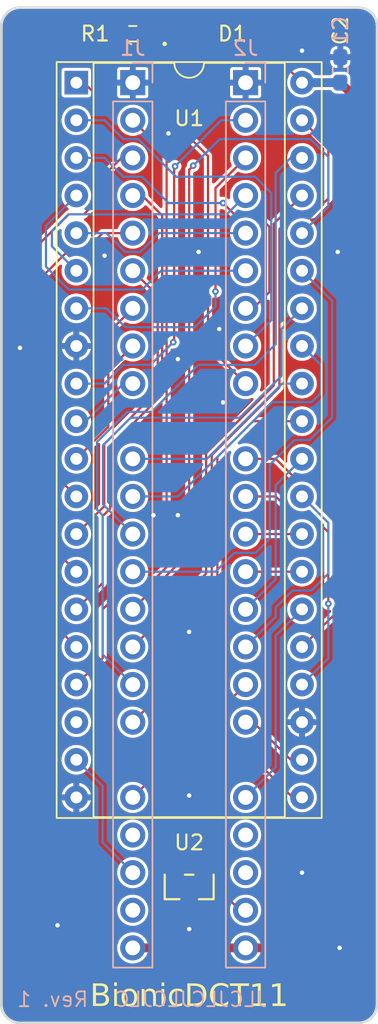
<source format=kicad_pcb>
(kicad_pcb (version 20241229) (generator "pcbnew") (generator_version "9.0")
  (title_block (title "BionicDCT11") (date "2025-12-24") (rev "1") (company "Tadashi G. Takaoka"))
  (layers (0 "F.Cu" signal) (2 "B.Cu" signal) (13 "F.Paste" user) (15 "B.Paste" user) (5 "F.SilkS" user "F.Silkscreen") (7 "B.SilkS" user "B.Silkscreen") (1 "F.Mask" user) (3 "B.Mask" user) (25 "Edge.Cuts" user))
  (net 0 "")
  (net 1 "VCC")
  (net 2 "GND")
  (net 3 "Net-(D1-K)")
  (net 4 "AI4")
  (net 5 "AI6")
  (net 6 "DAL06")
  (net 7 "AI0")
  (net 8 "PUP")
  (net 9 "DAL02")
  (net 10 "AI1")
  (net 11 "AI3")
  (net 12 "DAL00")
  (net 14 "~{BCLR}")
  (net 15 "PI")
  (net 16 "DAL05")
  (net 17 "AI2")
  (net 18 "DAL03")
  (net 19 "DAL07")
  (net 20 "DAL01")
  (net 21 "AI7")
  (net 22 "AI5")
  (net 23 "DAL04")
  (net 24 "Net-(J2-P57)")
  (net 27 "DAL12")
  (net 28 "DAL13")
  (net 29 "DAL09")
  (net 30 "COUT")
  (net 31 "SEL0")
  (net 32 "~{RAS}")
  (net 33 "~{READY}")
  (net 34 "DAL15")
  (net 35 "DAL11")
  (net 36 "DAL08")
  (net 37 "R{slash}~{WLB}")
  (net 38 "R{slash}~{WHB}")
  (net 39 "DAL14")
  (net 40 "SEL1")
  (net 41 "~{CAS}")
  (net 42 "XTL1")
  (net 43 "DAL10")
  (footprint "bionic:DIP-40_W15.24mm_Socket" (layer "F.Cu") (at 106.08 75.08)
    (property "Reference" "U1" (at 7.62 2.413 0) (layer "F.SilkS"))
    (property "Value" "DCT-11")
    (fp_line (start -1.33 -1.39) (end -1.33 49.65) (stroke (width 0.12)) (layer "F.SilkS"))
    (fp_line (start -1.33 49.65) (end 16.57 49.65) (stroke (width 0.12)) (layer "F.SilkS"))
    (fp_line (start 1.16 -1.33) (end 1.16 49.59) (stroke (width 0.12)) (layer "F.SilkS"))
    (fp_line (start 1.16 49.59) (end 14.08 49.59) (stroke (width 0.12)) (layer "F.SilkS"))
    (fp_line (start 6.62 -1.33) (end 1.16 -1.33) (stroke (width 0.12)) (layer "F.SilkS"))
    (fp_line (start 14.08 -1.33) (end 8.62 -1.33) (stroke (width 0.12)) (layer "F.SilkS"))
    (fp_line (start 14.08 49.59) (end 14.08 -1.33) (stroke (width 0.12)) (layer "F.SilkS"))
    (fp_line (start 16.57 -1.39) (end -1.33 -1.39) (stroke (width 0.12)) (layer "F.SilkS"))
    (fp_line (start 16.57 49.65) (end 16.57 -1.39) (stroke (width 0.12)) (layer "F.SilkS"))
    (fp_arc (start 8.62 -1.33) (mid 7.62 -0.33) (end 6.62 -1.33) (stroke (width 0.12)) (layer "F.SilkS"))
    (pad "1" thru_hole rect (at 0 0) (size 1.6 1.6) (drill 0.8) (layers "*.Cu" "*.Mask") (net 34 "DAL15"))
    (pad "2" thru_hole oval (at 0 2.54) (size 1.6 1.6) (drill 0.8) (layers "*.Cu" "*.Mask") (net 39 "DAL14"))
    (pad "3" thru_hole oval (at 0 5.08) (size 1.6 1.6) (drill 0.8) (layers "*.Cu" "*.Mask") (net 28 "DAL13"))
    (pad "4" thru_hole oval (at 0 7.62) (size 1.6 1.6) (drill 0.8) (layers "*.Cu" "*.Mask") (net 27 "DAL12"))
    (pad "5" thru_hole oval (at 0 10.16) (size 1.6 1.6) (drill 0.8) (layers "*.Cu" "*.Mask") (net 35 "DAL11"))
    (pad "6" thru_hole oval (at 0 12.7) (size 1.6 1.6) (drill 0.8) (layers "*.Cu" "*.Mask") (net 43 "DAL10"))
    (pad "7" thru_hole oval (at 0 15.24) (size 1.6 1.6) (drill 0.8) (layers "*.Cu" "*.Mask") (net 29 "DAL09"))
    (pad "8" thru_hole oval (at 0 17.78) (size 1.6 1.6) (drill 0.8) (layers "*.Cu" "*.Mask") (net 2 "GND"))
    (pad "9" thru_hole oval (at 0 20.32) (size 1.6 1.6) (drill 0.8) (layers "*.Cu" "*.Mask") (net 36 "DAL08"))
    (pad "10" thru_hole oval (at 0 22.86) (size 1.6 1.6) (drill 0.8) (layers "*.Cu" "*.Mask") (net 19 "DAL07"))
    (pad "11" thru_hole oval (at 0 25.4) (size 1.6 1.6) (drill 0.8) (layers "*.Cu" "*.Mask") (net 6 "DAL06"))
    (pad "12" thru_hole oval (at 0 27.94) (size 1.6 1.6) (drill 0.8) (layers "*.Cu" "*.Mask") (net 16 "DAL05"))
    (pad "13" thru_hole oval (at 0 30.48) (size 1.6 1.6) (drill 0.8) (layers "*.Cu" "*.Mask") (net 23 "DAL04"))
    (pad "14" thru_hole oval (at 0 33.02) (size 1.6 1.6) (drill 0.8) (layers "*.Cu" "*.Mask") (net 18 "DAL03"))
    (pad "15" thru_hole oval (at 0 35.56) (size 1.6 1.6) (drill 0.8) (layers "*.Cu" "*.Mask") (net 9 "DAL02"))
    (pad "16" thru_hole oval (at 0 38.1) (size 1.6 1.6) (drill 0.8) (layers "*.Cu" "*.Mask") (net 20 "DAL01"))
    (pad "17" thru_hole oval (at 0 40.64) (size 1.6 1.6) (drill 0.8) (layers "*.Cu" "*.Mask") (net 12 "DAL00"))
    (pad "18" thru_hole oval (at 0 43.18) (size 1.6 1.6) (drill 0.8) (layers "*.Cu" "*.Mask"))
    (pad "19" thru_hole oval (at 0 45.72) (size 1.6 1.6) (drill 0.8) (layers "*.Cu" "*.Mask") (net 14 "~{BCLR}"))
    (pad "20" thru_hole oval (at 0 48.26) (size 1.6 1.6) (drill 0.8) (layers "*.Cu" "*.Mask") (net 2 "GND"))
    (pad "21" thru_hole oval (at 15.24 48.26) (size 1.6 1.6) (drill 0.8) (layers "*.Cu" "*.Mask") (net 30 "COUT"))
    (pad "22" thru_hole oval (at 15.24 45.72) (size 1.6 1.6) (drill 0.8) (layers "*.Cu" "*.Mask") (net 42 "XTL1"))
    (pad "23" thru_hole oval (at 15.24 43.18) (size 1.6 1.6) (drill 0.8) (layers "*.Cu" "*.Mask") (net 2 "GND"))
    (pad "24" thru_hole oval (at 15.24 40.64) (size 1.6 1.6) (drill 0.8) (layers "*.Cu" "*.Mask") (net 40 "SEL1"))
    (pad "25" thru_hole oval (at 15.24 38.1) (size 1.6 1.6) (drill 0.8) (layers "*.Cu" "*.Mask") (net 31 "SEL0"))
    (pad "26" thru_hole oval (at 15.24 35.56) (size 1.6 1.6) (drill 0.8) (layers "*.Cu" "*.Mask") (net 33 "~{READY}"))
    (pad "27" thru_hole oval (at 15.24 33.02) (size 1.6 1.6) (drill 0.8) (layers "*.Cu" "*.Mask") (net 38 "R{slash}~{WHB}"))
    (pad "28" thru_hole oval (at 15.24 30.48) (size 1.6 1.6) (drill 0.8) (layers "*.Cu" "*.Mask") (net 37 "R{slash}~{WLB}"))
    (pad "29" thru_hole oval (at 15.24 27.94) (size 1.6 1.6) (drill 0.8) (layers "*.Cu" "*.Mask") (net 32 "~{RAS}"))
    (pad "30" thru_hole oval (at 15.24 25.4) (size 1.6 1.6) (drill 0.8) (layers "*.Cu" "*.Mask") (net 41 "~{CAS}"))
    (pad "31" thru_hole oval (at 15.24 22.86) (size 1.6 1.6) (drill 0.8) (layers "*.Cu" "*.Mask") (net 15 "PI"))
    (pad "32" thru_hole oval (at 15.24 20.32) (size 1.6 1.6) (drill 0.8) (layers "*.Cu" "*.Mask") (net 7 "AI0"))
    (pad "33" thru_hole oval (at 15.24 17.78) (size 1.6 1.6) (drill 0.8) (layers "*.Cu" "*.Mask") (net 10 "AI1"))
    (pad "34" thru_hole oval (at 15.24 15.24) (size 1.6 1.6) (drill 0.8) (layers "*.Cu" "*.Mask") (net 17 "AI2"))
    (pad "35" thru_hole oval (at 15.24 12.7) (size 1.6 1.6) (drill 0.8) (layers "*.Cu" "*.Mask") (net 11 "AI3"))
    (pad "36" thru_hole oval (at 15.24 10.16) (size 1.6 1.6) (drill 0.8) (layers "*.Cu" "*.Mask") (net 4 "AI4"))
    (pad "37" thru_hole oval (at 15.24 7.62) (size 1.6 1.6) (drill 0.8) (layers "*.Cu" "*.Mask") (net 22 "AI5"))
    (pad "38" thru_hole oval (at 15.24 5.08) (size 1.6 1.6) (drill 0.8) (layers "*.Cu" "*.Mask") (net 5 "AI6"))
    (pad "39" thru_hole oval (at 15.24 2.54) (size 1.6 1.6) (drill 0.8) (layers "*.Cu" "*.Mask") (net 21 "AI7"))
    (pad "40" thru_hole oval (at 15.24 0) (size 1.6 1.6) (drill 0.8) (layers "*.Cu" "*.Mask") (net 1 "VCC"))
  )
  (footprint "Capacitor_SMD:C_0603_1608Metric_Pad1.08x0.95mm_HandSolder" (layer "F.Cu") (at 123.9108 74.2175 90)
    (property "Reference" "C2" (at 2.6405 0 90) (layer "F.SilkS"))
    (property "Value" "22u")
    (fp_line (start -0.146267 -0.51) (end 0.146267 -0.51) (stroke (width 0.12)) (layer "F.SilkS"))
    (fp_line (start -0.146267 0.51) (end 0.146267 0.51) (stroke (width 0.12)) (layer "F.SilkS"))
    (pad "1" smd roundrect (at -0.8625 0 90) (size 1.075 0.95) (layers "F.Cu" "F.Mask" "F.Paste") (net 1 "VCC"))
    (pad "2" smd roundrect (at 0.8625 0 90) (size 1.075 0.95) (layers "F.Cu" "F.Mask" "F.Paste") (net 2 "GND"))
  )
  (footprint "Resistor_SMD:R_0603_1608Metric_Pad0.98x0.95mm_HandSolder" (layer "F.Cu") (at 109.89 71.778 180)
    (property "Reference" "R1" (at 2.54 0 0) (layer "F.SilkS"))
    (property "Value" "1.6k")
    (fp_line (start -0.254724 0.5225) (end 0.254724 0.5225) (stroke (width 0.12)) (layer "F.SilkS"))
    (fp_line (start -0.254724 -0.5225) (end 0.254724 -0.5225) (stroke (width 0.12)) (layer "F.SilkS"))
    (pad "1" smd roundrect (at -0.9125 0 180) (size 0.975 0.95) (layers "F.Cu" "F.Mask" "F.Paste") (net 3 "Net-(D1-K)"))
    (pad "2" smd roundrect (at 0.9125 0 180) (size 0.975 0.95) (layers "F.Cu" "F.Mask" "F.Paste") (net 2 "GND"))
  )
  (footprint "microchip:SOT-23_MC_MCH-M" (layer "F.Cu") (at 113.7 129.386 180)
    (property "Reference" "U2" (at 0 2.998 0) (layer "F.SilkS"))
    (property "Value" "11AA010-I/TT")
    (fp_line (start 1.652 0.827) (end 1.652 -0.827) (stroke (width 0.1524)) (layer "F.SilkS"))
    (fp_line (start 1.652 -0.827) (end 0.66294 -0.827) (stroke (width 0.1524)) (layer "F.SilkS"))
    (fp_line (start -0.287061 0.827) (end 0.287061 0.827) (stroke (width 0.1524)) (layer "F.SilkS"))
    (fp_line (start -0.66294 -0.827) (end -1.652 -0.827) (stroke (width 0.1524)) (layer "F.SilkS"))
    (fp_line (start -1.652 -0.827) (end -1.652 0.827) (stroke (width 0.1524)) (layer "F.SilkS"))
    (pad "1" smd rect (at -0.950001 1.066 180) (size 0.6604 1.6256) (layers "F.Cu" "F.Mask" "F.Paste") (net 24 "Net-(J2-P57)"))
    (pad "2" smd rect (at 0.950001 1.066 180) (size 0.6604 1.6256) (layers "F.Cu" "F.Mask" "F.Paste") (net 1 "VCC"))
    (pad "3" smd rect (at 0 -1.066 180) (size 0.6604 1.6256) (layers "F.Cu" "F.Mask" "F.Paste") (net 2 "GND"))
  )
  (footprint "rhom:LED_CSL1901UW1_ROM-M" (layer "F.Cu") (at 113.7 71.778)
    (property "Reference" "D1" (at 2.921 0 0) (layer "F.SilkS"))
    (property "Value" "CSL1901UW1")
    (fp_circle (center -1.651 0.6858) (end -1.5748 0.6858) (stroke (width 0.1524)) (fill no) (layer "F.SilkS"))
    (pad "1" smd rect (at -0.8763 0) (size 0.9652 0.762) (layers "F.Cu" "F.Mask" "F.Paste") (net 3 "Net-(D1-K)"))
    (pad "2" smd rect (at 0.8763 0) (size 0.9652 0.762) (layers "F.Cu" "F.Mask" "F.Paste") (net 1 "VCC"))
    (zone (net 0) (net_name "") (layer "F.Cu") (connect_pads (clearance 0)) (min_thickness 0.254)
      (keepout (tracks not_allowed) (vias not_allowed) (pads allowed) (copperpour not_allowed) (footprints allowed))
      (fill (thermal_gap 0.508) (thermal_bridge_width 0.508))
      (polygon (pts (xy 113.3571 71.4224) (xy 114.0429 71.4224) (xy 114.0429 72.1336) (xy 113.3571 72.1336)))
    )
  )
  (footprint "bionic:Bionic-P135_THT" (layer "B.Cu") (at 109.89 75.08 180)
    (property "Reference" "J1" (at 0 2.33 0) (layer "B.SilkS") (effects (justify mirror)))
    (property "Value" "Bionic-P135")
    (fp_line (start 1.33 -1.27) (end -1.33 -1.27) (stroke (width 0.12)) (layer "B.SilkS"))
    (fp_line (start 1.33 -59.75) (end 1.33 -1.27) (stroke (width 0.12)) (layer "B.SilkS"))
    (fp_line (start 1.33 -59.75) (end -1.33 -59.75) (stroke (width 0.12)) (layer "B.SilkS"))
    (fp_line (start 0 1.33) (end -1.33 1.33) (stroke (width 0.12)) (layer "B.SilkS"))
    (fp_line (start -1.33 1.33) (end -1.33 0) (stroke (width 0.12)) (layer "B.SilkS"))
    (fp_line (start -1.33 -59.75) (end -1.33 -1.27) (stroke (width 0.12)) (layer "B.SilkS"))
    (pad "1" thru_hole rect (at 0 0 180) (size 1.7 1.7) (drill 1) (layers "*.Cu" "*.Mask") (net 2 "GND"))
    (pad "2" thru_hole oval (at 0 -2.54 180) (size 1.7 1.7) (drill 1) (layers "*.Cu" "*.Mask") (net 12 "DAL00"))
    (pad "3" thru_hole oval (at 0 -5.08 180) (size 1.7 1.7) (drill 1) (layers "*.Cu" "*.Mask") (net 20 "DAL01"))
    (pad "4" thru_hole oval (at 0 -7.62 180) (size 1.7 1.7) (drill 1) (layers "*.Cu" "*.Mask") (net 9 "DAL02"))
    (pad "5" thru_hole oval (at 0 -10.16 180) (size 1.7 1.7) (drill 1) (layers "*.Cu" "*.Mask") (net 18 "DAL03"))
    (pad "6" thru_hole oval (at 0 -12.7 180) (size 1.7 1.7) (drill 1) (layers "*.Cu" "*.Mask") (net 23 "DAL04"))
    (pad "7" thru_hole oval (at 0 -15.24 180) (size 1.7 1.7) (drill 1) (layers "*.Cu" "*.Mask") (net 16 "DAL05"))
    (pad "8" thru_hole oval (at 0 -17.78 180) (size 1.7 1.7) (drill 1) (layers "*.Cu" "*.Mask") (net 6 "DAL06"))
    (pad "9" thru_hole oval (at 0 -20.32 180) (size 1.7 1.7) (drill 1) (layers "*.Cu" "*.Mask") (net 19 "DAL07"))
    (pad "11" thru_hole oval (at 0 -25.4 180) (size 1.7 1.7) (drill 1) (layers "*.Cu" "*.Mask") (net 7 "AI0"))
    (pad "12" thru_hole oval (at 0 -27.94 180) (size 1.7 1.7) (drill 1) (layers "*.Cu" "*.Mask") (net 10 "AI1"))
    (pad "13" thru_hole oval (at 0 -30.48 180) (size 1.7 1.7) (drill 1) (layers "*.Cu" "*.Mask") (net 17 "AI2"))
    (pad "14" thru_hole oval (at 0 -33.02 180) (size 1.7 1.7) (drill 1) (layers "*.Cu" "*.Mask") (net 11 "AI3"))
    (pad "15" thru_hole oval (at 0 -35.56 180) (size 1.7 1.7) (drill 1) (layers "*.Cu" "*.Mask") (net 4 "AI4"))
    (pad "16" thru_hole oval (at 0 -38.1 180) (size 1.7 1.7) (drill 1) (layers "*.Cu" "*.Mask") (net 22 "AI5"))
    (pad "17" thru_hole oval (at 0 -40.64 180) (size 1.7 1.7) (drill 1) (layers "*.Cu" "*.Mask") (net 5 "AI6"))
    (pad "18" thru_hole oval (at 0 -43.18 180) (size 1.7 1.7) (drill 1) (layers "*.Cu" "*.Mask") (net 21 "AI7"))
    (pad "20" thru_hole oval (at 0 -48.26 180) (size 1.7 1.7) (drill 1) (layers "*.Cu" "*.Mask") (net 15 "PI"))
    (pad "21" thru_hole oval (at 0 -50.8 180) (size 1.7 1.7) (drill 1) (layers "*.Cu" "*.Mask"))
    (pad "22" thru_hole oval (at 0 -53.34 180) (size 1.7 1.7) (drill 1) (layers "*.Cu" "*.Mask") (net 14 "~{BCLR}"))
    (pad "23" thru_hole oval (at 0 -55.88 180) (size 1.7 1.7) (drill 1) (layers "*.Cu" "*.Mask") (net 8 "PUP"))
    (pad "24" thru_hole oval (at 0 -58.42 180) (size 1.7 1.7) (drill 1) (layers "*.Cu" "*.Mask") (net 1 "VCC"))
  )
  (footprint "bionic:Bionic-P245_THT" (layer "B.Cu") (at 117.51 75.08 180)
    (property "Reference" "J2" (at 0 2.33 0) (layer "B.SilkS") (effects (justify mirror)))
    (property "Value" "Bionic-P245")
    (fp_line (start 1.33 -1.27) (end -1.33 -1.27) (stroke (width 0.12)) (layer "B.SilkS"))
    (fp_line (start 1.33 -59.75) (end 1.33 -1.27) (stroke (width 0.12)) (layer "B.SilkS"))
    (fp_line (start 1.33 -59.75) (end -1.33 -59.75) (stroke (width 0.12)) (layer "B.SilkS"))
    (fp_line (start 0 1.33) (end -1.33 1.33) (stroke (width 0.12)) (layer "B.SilkS"))
    (fp_line (start -1.33 1.33) (end -1.33 0) (stroke (width 0.12)) (layer "B.SilkS"))
    (fp_line (start -1.33 -59.75) (end -1.33 -1.27) (stroke (width 0.12)) (layer "B.SilkS"))
    (pad "25" thru_hole oval (at 0 -58.42 180) (size 1.7 1.7) (drill 1) (layers "*.Cu" "*.Mask") (net 1 "VCC"))
    (pad "26" thru_hole oval (at 0 -55.88 180) (size 1.7 1.7) (drill 1) (layers "*.Cu" "*.Mask") (net 24 "Net-(J2-P57)"))
    (pad "27" thru_hole oval (at 0 -53.34 180) (size 1.7 1.7) (drill 1) (layers "*.Cu" "*.Mask"))
    (pad "28" thru_hole oval (at 0 -50.8 180) (size 1.7 1.7) (drill 1) (layers "*.Cu" "*.Mask"))
    (pad "29" thru_hole oval (at 0 -48.26 180) (size 1.7 1.7) (drill 1) (layers "*.Cu" "*.Mask") (net 33 "~{READY}"))
    (pad "31" thru_hole oval (at 0 -43.18 180) (size 1.7 1.7) (drill 1) (layers "*.Cu" "*.Mask") (net 42 "XTL1"))
    (pad "32" thru_hole oval (at 0 -40.64 180) (size 1.7 1.7) (drill 1) (layers "*.Cu" "*.Mask") (net 30 "COUT"))
    (pad "33" thru_hole oval (at 0 -38.1 180) (size 1.7 1.7) (drill 1) (layers "*.Cu" "*.Mask") (net 32 "~{RAS}"))
    (pad "34" thru_hole oval (at 0 -35.56 180) (size 1.7 1.7) (drill 1) (layers "*.Cu" "*.Mask") (net 41 "~{CAS}"))
    (pad "35" thru_hole oval (at 0 -33.02 180) (size 1.7 1.7) (drill 1) (layers "*.Cu" "*.Mask") (net 38 "R{slash}~{WHB}"))
    (pad "36" thru_hole oval (at 0 -30.48 180) (size 1.7 1.7) (drill 1) (layers "*.Cu" "*.Mask") (net 37 "R{slash}~{WLB}"))
    (pad "37" thru_hole oval (at 0 -27.94 180) (size 1.7 1.7) (drill 1) (layers "*.Cu" "*.Mask") (net 40 "SEL1"))
    (pad "38" thru_hole oval (at 0 -25.4 180) (size 1.7 1.7) (drill 1) (layers "*.Cu" "*.Mask") (net 31 "SEL0"))
    (pad "40" thru_hole oval (at 0 -20.32 180) (size 1.7 1.7) (drill 1) (layers "*.Cu" "*.Mask") (net 34 "DAL15"))
    (pad "41" thru_hole oval (at 0 -17.78 180) (size 1.7 1.7) (drill 1) (layers "*.Cu" "*.Mask") (net 39 "DAL14"))
    (pad "42" thru_hole oval (at 0 -15.24 180) (size 1.7 1.7) (drill 1) (layers "*.Cu" "*.Mask") (net 28 "DAL13"))
    (pad "43" thru_hole oval (at 0 -12.7 180) (size 1.7 1.7) (drill 1) (layers "*.Cu" "*.Mask") (net 27 "DAL12"))
    (pad "44" thru_hole oval (at 0 -10.16 180) (size 1.7 1.7) (drill 1) (layers "*.Cu" "*.Mask") (net 35 "DAL11"))
    (pad "45" thru_hole oval (at 0 -7.62 180) (size 1.7 1.7) (drill 1) (layers "*.Cu" "*.Mask") (net 43 "DAL10"))
    (pad "46" thru_hole oval (at 0 -5.08 180) (size 1.7 1.7) (drill 1) (layers "*.Cu" "*.Mask") (net 29 "DAL09"))
    (pad "47" thru_hole oval (at 0 -2.54 180) (size 1.7 1.7) (drill 1) (layers "*.Cu" "*.Mask") (net 36 "DAL08"))
    (pad "48" thru_hole rect (at 0 0 180) (size 1.7 1.7) (drill 1) (layers "*.Cu" "*.Mask") (net 2 "GND"))
  )
  (footprint "Capacitor_SMD:C_0603_1608Metric_Pad1.08x0.95mm_HandSolder" (layer "B.Cu") (at 123.9108 74.2175 90)
    (property "Reference" "C1" (at 2.6405 0 90) (layer "B.SilkS") (effects (justify mirror)))
    (property "Value" "0.1u")
    (fp_line (start 0.146267 -0.51) (end -0.146267 -0.51) (stroke (width 0.12)) (layer "B.SilkS"))
    (fp_line (start 0.146267 0.51) (end -0.146267 0.51) (stroke (width 0.12)) (layer "B.SilkS"))
    (pad "1" smd roundrect (at -0.8625 0 90) (size 1.075 0.95) (layers "B.Cu" "B.Mask" "B.Paste") (net 1 "VCC"))
    (pad "2" smd roundrect (at 0.8625 0 90) (size 1.075 0.95) (layers "B.Cu" "B.Mask" "B.Paste") (net 2 "GND"))
  )
  (gr_line (start 102.27 138.58) (end 125.13 138.58) (stroke (width 0.15)) (layer "Edge.Cuts"))
  (gr_line (start 125.13 70) (end 102.27 70) (stroke (width 0.15)) (layer "Edge.Cuts"))
  (gr_arc (start 125.13 70) (mid 126.028026 70.371974) (end 126.4 71.27) (stroke (width 0.15)) (layer "Edge.Cuts"))
  (gr_arc (start 101 71.27) (mid 101.371974 70.371974) (end 102.27 70) (stroke (width 0.15)) (layer "Edge.Cuts"))
  (gr_arc (start 126.4 137.31) (mid 126.028026 138.208026) (end 125.13 138.58) (stroke (width 0.15)) (layer "Edge.Cuts"))
  (gr_arc (start 102.27 138.58) (mid 101.371974 138.208026) (end 101 137.31) (stroke (width 0.15)) (layer "Edge.Cuts"))
  (gr_line (start 126.4 137.31) (end 126.4 71.27) (stroke (width 0.15)) (layer "Edge.Cuts"))
  (gr_line (start 101 71.27) (end 101 137.31) (stroke (width 0.15)) (layer "Edge.Cuts"))
  (gr_text "BionicDCT11" (at 113.7 136.802 0) (layer "F.SilkS") (effects (font (size 1.5 1.5))))
  (gr_text "Rev. 1" (at 106.969 137.564 0) (layer "B.SilkS") (effects (font (size 1 1)) (justify left bottom mirror)))
  (gr_text "JLCJLCJLCJLC" (at 113.827 137.564 0) (layer "B.SilkS") (effects (font (size 1 1)) (justify bottom mirror)))
  (segment (start 112.749999 128.32) (end 112.749999 133.5) (width 0.15) (layer "F.Cu") (net 1))
  (segment (start 109.89 133.5) (end 117.51 133.5) (width 0.6) (layer "F.Cu") (net 1))
  (segment (start 123.9108 75.08) (end 121.32 75.08) (width 0.6) (layer "F.Cu") (net 1))
  (segment (start 118.018 71.778) (end 121.32 75.08) (width 0.15) (layer "F.Cu") (net 1))
  (segment (start 117.51 133.5) (end 118.78 133.5) (width 0.6) (layer "F.Cu") (net 1))
  (segment (start 124.749 75.9182) (end 123.9108 75.08) (width 0.6) (layer "F.Cu") (net 1))
  (segment (start 118.78 133.5) (end 124.749 127.531) (width 0.6) (layer "F.Cu") (net 1))
  (segment (start 114.5763 71.778) (end 118.018 71.778) (width 0.15) (layer "F.Cu") (net 1))
  (segment (start 124.749 127.531) (end 124.749 75.9182) (width 0.6) (layer "F.Cu") (net 1))
  (segment (start 123.9108 75.08) (end 121.32 75.08) (width 0.6) (layer "B.Cu") (net 1))
  (via (at 115.986 96.67) (size 0.6) (drill 0.3) (layers "F.Cu" "B.Cu") (net 2))
  (via (at 121.32 128.42) (size 0.6) (drill 0.3) (layers "F.Cu" "B.Cu") (net 2))
  (via (at 115.732 91.717) (size 0.6) (drill 0.3) (layers "F.Cu" "B.Cu") (net 2))
  (via (at 121.32 72.921) (size 0.6) (drill 0.3) (layers "F.Cu" "B.Cu") (net 2))
  (via (at 114.335 86.51) (size 0.6) (drill 0.3) (layers "F.Cu" "B.Cu") (net 2))
  (via (at 123.86 133.5) (size 0.6) (drill 0.3) (layers "F.Cu" "B.Cu") (net 2))
  (via (at 104.81 131.976) (size 0.6) (drill 0.3) (layers "F.Cu" "B.Cu") (net 2))
  (via (at 102.27 92.987) (size 0.6) (drill 0.3) (layers "F.Cu" "B.Cu") (net 2))
  (via (at 113.7 123.213) (size 0.6) (drill 0.3) (layers "F.Cu" "B.Cu") (net 2))
  (via (at 107.985 86.764) (size 0.6) (drill 0.3) (layers "F.Cu" "B.Cu") (net 2))
  (via (at 112.303 78.509) (size 0.6) (drill 0.3) (layers "F.Cu" "B.Cu") (net 2))
  (via (at 113.7 112.164) (size 0.6) (drill 0.3) (layers "F.Cu" "B.Cu") (net 2))
  (via (at 112.938 93.749) (size 0.6) (drill 0.3) (layers "F.Cu" "B.Cu") (net 2))
  (via (at 112.938 104.29) (size 0.6) (drill 0.3) (layers "F.Cu" "B.Cu") (net 2))
  (via (at 123.733 86.51) (size 0.6) (drill 0.3) (layers "F.Cu" "B.Cu") (net 2))
  (via (at 111.287 104.29) (size 0.6) (drill 0.3) (layers "F.Cu" "B.Cu") (net 2))
  (via (at 113.7 132.23) (size 0.6) (drill 0.3) (layers "F.Cu" "B.Cu") (net 2))
  (segment (start 106.08 92.86) (end 104.429 92.86) (width 0.15) (layer "B.Cu") (net 2))
  (segment (start 112.925 71.778) (end 112.9253 71.778) (width 0.15) (layer "F.Cu") (net 3))
  (segment (start 110.8025 71.778) (end 112.8237 71.778) (width 0.15) (layer "F.Cu") (net 3))
  (segment (start 113.9715 80.6855) (end 113.7 80.957) (width 0.15) (layer "F.Cu") (net 4))
  (segment (start 113.7 80.957) (end 113.7 106.83) (width 0.15) (layer "F.Cu") (net 4))
  (segment (start 113.7 106.83) (end 109.89 110.64) (width 0.15) (layer "F.Cu") (net 4))
  (via (at 113.9715 80.6855) (size 0.45) (drill 0.2) (layers "F.Cu" "B.Cu") (net 4))
  (segment (start 121.8915 78.89) (end 123.098 80.0965) (width 0.15) (layer "B.Cu") (net 4))
  (segment (start 113.9715 80.6855) (end 115.767 78.89) (width 0.15) (layer "B.Cu") (net 4))
  (segment (start 123.098 83.462) (end 121.32 85.24) (width 0.15) (layer "B.Cu") (net 4))
  (segment (start 115.767 78.89) (end 121.8915 78.89) (width 0.15) (layer "B.Cu") (net 4))
  (segment (start 123.098 80.0965) (end 123.098 83.462) (width 0.15) (layer "B.Cu") (net 4))
  (segment (start 109.509 97.305) (end 111.16 97.305) (width 0.15) (layer "B.Cu") (net 5))
  (segment (start 118.145 94.13) (end 119.542 92.733) (width 0.15) (layer "B.Cu") (net 5))
  (segment (start 114.335 94.13) (end 118.145 94.13) (width 0.15) (layer "B.Cu") (net 5))
  (segment (start 109.89 115.72) (end 107.858 113.688) (width 0.15) (layer "B.Cu") (net 5))
  (segment (start 107.477 99.337) (end 109.509 97.305) (width 0.15) (layer "B.Cu") (net 5))
  (segment (start 107.477 103.909) (end 107.477 99.337) (width 0.15) (layer "B.Cu") (net 5))
  (segment (start 107.858 113.688) (end 107.858 104.29) (width 0.15) (layer "B.Cu") (net 5))
  (segment (start 107.858 104.29) (end 107.477 103.909) (width 0.15) (layer "B.Cu") (net 5))
  (segment (start 111.16 97.305) (end 114.335 94.13) (width 0.15) (layer "B.Cu") (net 5))
  (segment (start 119.542 92.733) (end 119.542 81.176) (width 0.15) (layer "B.Cu") (net 5))
  (segment (start 120.558 80.16) (end 121.32 80.16) (width 0.15) (layer "B.Cu") (net 5))
  (segment (start 119.542 81.176) (end 120.558 80.16) (width 0.15) (layer "B.Cu") (net 5))
  (segment (start 109.89 92.86) (end 108.239 94.511) (width 0.15) (layer "F.Cu") (net 6))
  (segment (start 108.239 94.511) (end 108.239 98.321) (width 0.15) (layer "F.Cu") (net 6))
  (segment (start 108.239 98.321) (end 106.08 100.48) (width 0.15) (layer "F.Cu") (net 6))
  (segment (start 114.900686 100.48) (end 109.89 100.48) (width 0.15) (layer "B.Cu") (net 7))
  (segment (start 119.980686 95.4) (end 114.900686 100.48) (width 0.15) (layer "B.Cu") (net 7))
  (segment (start 121.32 95.4) (end 119.980686 95.4) (width 0.15) (layer "B.Cu") (net 7))
  (segment (start 108.366 103.839686) (end 107.858 104.347686) (width 0.15) (layer "F.Cu") (net 9))
  (segment (start 108.366 99.648686) (end 108.366 103.839686) (width 0.15) (layer "F.Cu") (net 9))
  (segment (start 111.875 96.139686) (end 108.366 99.648686) (width 0.15) (layer "F.Cu") (net 9))
  (segment (start 111.875 84.05) (end 111.875 96.139686) (width 0.15) (layer "F.Cu") (net 9))
  (segment (start 107.858 104.347686) (end 107.858 108.862) (width 0.15) (layer "F.Cu") (net 9))
  (segment (start 110.525 82.7) (end 111.875 84.05) (width 0.15) (layer "F.Cu") (net 9))
  (segment (start 107.858 108.862) (end 106.08 110.64) (width 0.15) (layer "F.Cu") (net 9))
  (segment (start 109.89 82.7) (end 110.525 82.7) (width 0.15) (layer "F.Cu") (net 9))
  (segment (start 121.32 92.86) (end 122.59 94.13) (width 0.15) (layer "B.Cu") (net 10))
  (segment (start 122.59 96.035) (end 121.9763 96.6487) (width 0.15) (layer "B.Cu") (net 10))
  (segment (start 122.59 94.13) (end 122.59 96.035) (width 0.15) (layer "B.Cu") (net 10))
  (segment (start 119.3093 96.6487) (end 112.938 103.02) (width 0.15) (layer "B.Cu") (net 10))
  (segment (start 121.9763 96.6487) (end 119.3093 96.6487) (width 0.15) (layer "B.Cu") (net 10))
  (segment (start 112.938 103.02) (end 109.89 103.02) (width 0.15) (layer "B.Cu") (net 10))
  (segment (start 119.142 100.88) (end 119.142 105.871) (width 0.15) (layer "B.Cu") (net 11))
  (segment (start 116.748 106.83) (end 115.478 108.1) (width 0.15) (layer "B.Cu") (net 11))
  (segment (start 115.478 108.1) (end 109.89 108.1) (width 0.15) (layer "B.Cu") (net 11))
  (segment (start 119.142 105.871) (end 118.183 106.83) (width 0.15) (layer "B.Cu") (net 11))
  (segment (start 121.32 87.78) (end 123.352 89.812) (width 0.15) (layer "B.Cu") (net 11))
  (segment (start 121.828 99.21) (end 120.812 99.21) (width 0.15) (layer "B.Cu") (net 11))
  (segment (start 120.812 99.21) (end 119.142 100.88) (width 0.15) (layer "B.Cu") (net 11))
  (segment (start 118.183 106.83) (end 116.748 106.83) (width 0.15) (layer "B.Cu") (net 11))
  (segment (start 123.352 97.686) (end 121.828 99.21) (width 0.15) (layer "B.Cu") (net 11))
  (segment (start 123.352 89.812) (end 123.352 97.686) (width 0.15) (layer "B.Cu") (net 11))
  (segment (start 112.176 107.788314) (end 112.176 79.906) (width 0.15) (layer "F.Cu") (net 12))
  (segment (start 110.594314 109.37) (end 112.176 107.788314) (width 0.15) (layer "F.Cu") (net 12))
  (segment (start 109.128 109.37) (end 110.594314 109.37) (width 0.15) (layer "F.Cu") (net 12))
  (segment (start 107.858 110.64) (end 109.128 109.37) (width 0.15) (layer "F.Cu") (net 12))
  (segment (start 112.176 79.906) (end 109.89 77.62) (width 0.15) (layer "F.Cu") (net 12))
  (segment (start 106.08 115.72) (end 107.858 113.942) (width 0.15) (layer "F.Cu") (net 12))
  (segment (start 107.858 113.942) (end 107.858 110.64) (width 0.15) (layer "F.Cu") (net 12))
  (segment (start 109.89 128.42) (end 107.858 126.388) (width 0.15) (layer "B.Cu") (net 14))
  (segment (start 107.858 126.388) (end 107.858 122.578) (width 0.15) (layer "B.Cu") (net 14))
  (segment (start 107.858 122.578) (end 106.08 120.8) (width 0.15) (layer "B.Cu") (net 14))
  (segment (start 118.018 97.94) (end 115.605 100.353) (width 0.15) (layer "F.Cu") (net 15))
  (segment (start 115.605 100.353) (end 115.605 117.625) (width 0.15) (layer "F.Cu") (net 15))
  (segment (start 115.605 117.625) (end 109.89 123.34) (width 0.15) (layer "F.Cu") (net 15))
  (segment (start 121.32 97.94) (end 118.018 97.94) (width 0.15) (layer "F.Cu") (net 15))
  (segment (start 107.477 94.13) (end 108.366 93.241) (width 0.15) (layer "F.Cu") (net 16))
  (segment (start 105.54215 94.13) (end 107.477 94.13) (width 0.15) (layer "F.Cu") (net 16))
  (segment (start 106.08 103.02) (end 104.302 101.242) (width 0.15) (layer "F.Cu") (net 16))
  (segment (start 108.366 93.241) (end 108.366 91.844) (width 0.15) (layer "F.Cu") (net 16))
  (segment (start 104.302 95.37015) (end 105.54215 94.13) (width 0.15) (layer "F.Cu") (net 16))
  (segment (start 108.366 91.844) (end 109.89 90.32) (width 0.15) (layer "F.Cu") (net 16))
  (segment (start 104.302 101.242) (end 104.302 95.37015) (width 0.15) (layer "F.Cu") (net 16))
  (segment (start 107.877 103.547) (end 107.877 99.572) (width 0.15) (layer "B.Cu") (net 17))
  (segment (start 107.877 99.572) (end 109.744 97.705) (width 0.15) (layer "B.Cu") (net 17))
  (segment (start 109.744 97.705) (end 117.11 97.705) (width 0.15) (layer "B.Cu") (net 17))
  (segment (start 119.942 91.698) (end 121.32 90.32) (width 0.15) (layer "B.Cu") (net 17))
  (segment (start 119.942 94.873) (end 119.942 91.698) (width 0.15) (layer "B.Cu") (net 17))
  (segment (start 117.11 97.705) (end 119.942 94.873) (width 0.15) (layer "B.Cu") (net 17))
  (segment (start 109.89 105.56) (end 107.877 103.547) (width 0.15) (layer "B.Cu") (net 17))
  (segment (start 103.902 105.922) (end 106.08 108.1) (width 0.15) (layer "F.Cu") (net 18))
  (segment (start 107.858 85.24) (end 106.588 86.51) (width 0.15) (layer "F.Cu") (net 18))
  (segment (start 106.588 86.51) (end 105.445 86.51) (width 0.15) (layer "F.Cu") (net 18))
  (segment (start 105.445 86.51) (end 103.902 88.053) (width 0.15) (layer "F.Cu") (net 18))
  (segment (start 103.902 88.053) (end 103.902 105.922) (width 0.15) (layer "F.Cu") (net 18))
  (segment (start 109.89 85.24) (end 107.858 85.24) (width 0.15) (layer "F.Cu") (net 18))
  (segment (start 106.715 97.94) (end 106.08 97.94) (width 0.15) (layer "B.Cu") (net 19))
  (segment (start 109.255 95.4) (end 106.715 97.94) (width 0.15) (layer "B.Cu") (net 19))
  (segment (start 109.89 95.4) (end 109.255 95.4) (width 0.15) (layer "B.Cu") (net 19))
  (segment (start 107.985 82.573) (end 106.588 83.97) (width 0.15) (layer "F.Cu") (net 20))
  (segment (start 109.128 80.16) (end 107.985 81.303) (width 0.15) (layer "F.Cu") (net 20))
  (segment (start 105.572 83.97) (end 103.502 86.04) (width 0.15) (layer "F.Cu") (net 20))
  (segment (start 103.502 86.04) (end 103.502 110.602) (width 0.15) (layer "F.Cu") (net 20))
  (segment (start 107.985 81.303) (end 107.985 82.573) (width 0.15) (layer "F.Cu") (net 20))
  (segment (start 106.588 83.97) (end 105.572 83.97) (width 0.15) (layer "F.Cu") (net 20))
  (segment (start 103.502 110.602) (end 106.08 113.18) (width 0.15) (layer "F.Cu") (net 20))
  (segment (start 109.89 80.16) (end 109.128 80.16) (width 0.15) (layer "F.Cu") (net 20))
  (segment (start 123.098 82.896314) (end 122.024314 83.97) (width 0.15) (layer "F.Cu") (net 21))
  (segment (start 115.224 100.226) (end 115.224 112.926) (width 0.15) (layer "F.Cu") (net 21))
  (segment (start 120.79165 83.97) (end 119.796 84.96565) (width 0.15) (layer "F.Cu") (net 21))
  (segment (start 123.098 79.398) (end 123.098 82.896314) (width 0.15) (layer "F.Cu") (net 21))
  (segment (start 121.32 77.62) (end 123.098 79.398) (width 0.15) (layer "F.Cu") (net 21))
  (segment (start 119.796 84.96565) (end 119.796 95.654) (width 0.15) (layer "F.Cu") (net 21))
  (segment (start 119.796 95.654) (end 115.224 100.226) (width 0.15) (layer "F.Cu") (net 21))
  (segment (start 115.224 112.926) (end 109.89 118.26) (width 0.15) (layer "F.Cu") (net 21))
  (segment (start 122.024314 83.97) (end 120.79165 83.97) (width 0.15) (layer "F.Cu") (net 21))
  (segment (start 119.415 84.605) (end 119.415 95.527) (width 0.15) (layer "F.Cu") (net 22))
  (segment (start 119.415 95.527) (end 114.843 100.099) (width 0.15) (layer "F.Cu") (net 22))
  (segment (start 114.843 100.099) (end 114.843 108.227) (width 0.15) (layer "F.Cu") (net 22))
  (segment (start 114.843 108.227) (end 109.89 113.18) (width 0.15) (layer "F.Cu") (net 22))
  (segment (start 121.32 82.7) (end 119.415 84.605) (width 0.15) (layer "F.Cu") (net 22))
  (segment (start 111.574 89.464) (end 111.574 95.875) (width 0.15) (layer "F.Cu") (net 23))
  (segment (start 111.574 95.875) (end 107.966 99.483) (width 0.15) (layer "F.Cu") (net 23))
  (segment (start 107.966 103.674) (end 106.08 105.56) (width 0.15) (layer "F.Cu") (net 23))
  (segment (start 107.966 99.483) (end 107.966 103.674) (width 0.15) (layer "F.Cu") (net 23))
  (segment (start 109.89 87.78) (end 111.574 89.464) (width 0.15) (layer "F.Cu") (net 23))
  (segment (start 114.650001 128.481001) (end 117.129 130.96) (width 0.15) (layer "F.Cu") (net 24))
  (segment (start 114.650001 128.32) (end 114.650001 128.481001) (width 0.15) (layer "F.Cu") (net 24))
  (segment (start 117.129 130.96) (end 117.51 130.96) (width 0.15) (layer "F.Cu") (net 24))
  (segment (start 110.525 89.05) (end 105.572 89.05) (width 0.15) (layer "B.Cu") (net 27))
  (segment (start 104.029 87.507) (end 104.029 84.751) (width 0.15) (layer "B.Cu") (net 27))
  (segment (start 111.795 87.78) (end 110.525 89.05) (width 0.15) (layer "B.Cu") (net 27))
  (segment (start 117.51 87.78) (end 111.795 87.78) (width 0.15) (layer "B.Cu") (net 27))
  (segment (start 104.029 84.751) (end 106.08 82.7) (width 0.15) (layer "B.Cu") (net 27))
  (segment (start 105.572 89.05) (end 104.029 87.507) (width 0.15) (layer "B.Cu") (net 27))
  (segment (start 116.748 83.97) (end 118.272 83.97) (width 0.15) (layer "F.Cu") (net 28))
  (segment (start 115.986 83.208) (end 116.748 83.97) (width 0.15) (layer "F.Cu") (net 28))
  (segment (start 119.114 84.812) (end 119.114 89.224) (width 0.15) (layer "F.Cu") (net 28))
  (segment (start 118.018 90.32) (end 117.51 90.32) (width 0.15) (layer "F.Cu") (net 28))
  (segment (start 119.114 89.224) (end 118.018 90.32) (width 0.15) (layer "F.Cu") (net 28))
  (segment (start 118.272 83.97) (end 119.114 84.812) (width 0.15) (layer "F.Cu") (net 28))
  (via (at 115.986 83.208) (size 0.45) (drill 0.2) (layers "F.Cu" "B.Cu") (net 28))
  (segment (start 115.986 83.208) (end 112.303 83.208) (width 0.15) (layer "B.Cu") (net 28))
  (segment (start 107.985 80.16) (end 106.08 80.16) (width 0.15) (layer "B.Cu") (net 28))
  (segment (start 109.255 81.43) (end 107.985 80.16) (width 0.15) (layer "B.Cu") (net 28))
  (segment (start 112.303 83.208) (end 110.525 81.43) (width 0.15) (layer "B.Cu") (net 28))
  (segment (start 110.525 81.43) (end 109.255 81.43) (width 0.15) (layer "B.Cu") (net 28))
  (segment (start 115.478 82.192) (end 117.51 80.16) (width 0.15) (layer "F.Cu") (net 29))
  (segment (start 115.478 89.177) (end 115.478 82.192) (width 0.15) (layer "F.Cu") (net 29))
  (via (at 115.478 89.177) (size 0.45) (drill 0.2) (layers "F.Cu" "B.Cu") (net 29))
  (segment (start 109.382 91.59) (end 108.112 90.32) (width 0.15) (layer "B.Cu") (net 29))
  (segment (start 115.478 90.193) (end 114.081 91.59) (width 0.15) (layer "B.Cu") (net 29))
  (segment (start 114.081 91.59) (end 109.382 91.59) (width 0.15) (layer "B.Cu") (net 29))
  (segment (start 108.112 90.32) (end 106.08 90.32) (width 0.15) (layer "B.Cu") (net 29))
  (segment (start 115.478 89.177) (end 115.478 90.193) (width 0.15) (layer "B.Cu") (net 29))
  (segment (start 120.685 123.34) (end 121.32 123.34) (width 0.15) (layer "F.Cu") (net 30))
  (segment (start 115.986 118.641) (end 120.685 123.34) (width 0.15) (layer "F.Cu") (net 30))
  (segment (start 117.51 115.72) (end 115.986 117.244) (width 0.15) (layer "F.Cu") (net 30))
  (segment (start 115.986 117.244) (end 115.986 118.641) (width 0.15) (layer "F.Cu") (net 30))
  (segment (start 123.606 103.528) (end 123.606 110.894) (width 0.15) (layer "F.Cu") (net 31))
  (segment (start 119.542 100.48) (end 120.812 101.75) (width 0.15) (layer "F.Cu") (net 31))
  (segment (start 123.606 110.894) (end 121.32 113.18) (width 0.15) (layer "F.Cu") (net 31))
  (segment (start 120.812 101.75) (end 121.828 101.75) (width 0.15) (layer "F.Cu") (net 31))
  (segment (start 117.51 100.48) (end 119.542 100.48) (width 0.15) (layer "F.Cu") (net 31))
  (segment (start 121.828 101.75) (end 123.606 103.528) (width 0.15) (layer "F.Cu") (net 31))
  (segment (start 120.685 109.37) (end 119.542 110.513) (width 0.15) (layer "B.Cu") (net 32))
  (segment (start 121.955 109.37) (end 120.685 109.37) (width 0.15) (layer "B.Cu") (net 32))
  (segment (start 121.32 103.02) (end 123.098 104.798) (width 0.15) (layer "B.Cu") (net 32))
  (segment (start 119.542 110.513) (end 119.542 111.148) (width 0.15) (layer "B.Cu") (net 32))
  (segment (start 123.098 104.798) (end 123.098 108.227) (width 0.15) (layer "B.Cu") (net 32))
  (segment (start 119.542 111.148) (end 117.51 113.18) (width 0.15) (layer "B.Cu") (net 32))
  (segment (start 123.098 108.227) (end 121.955 109.37) (width 0.15) (layer "B.Cu") (net 32))
  (segment (start 119.542 121.308) (end 117.51 123.34) (width 0.15) (layer "B.Cu") (net 33))
  (segment (start 119.542 112.418) (end 119.542 121.308) (width 0.15) (layer "B.Cu") (net 33))
  (segment (start 121.32 110.64) (end 119.542 112.418) (width 0.15) (layer "B.Cu") (net 33))
  (segment (start 107.858 76.35) (end 111.287 76.35) (width 0.15) (layer "F.Cu") (net 34))
  (segment (start 106.588 75.08) (end 107.858 76.35) (width 0.15) (layer "F.Cu") (net 34))
  (segment (start 111.287 76.35) (end 114.97 80.033) (width 0.15) (layer "F.Cu") (net 34))
  (segment (start 114.97 92.86) (end 117.51 95.4) (width 0.15) (layer "F.Cu") (net 34))
  (segment (start 106.08 75.08) (end 106.588 75.08) (width 0.15) (layer "F.Cu") (net 34))
  (segment (start 114.97 80.033) (end 114.97 92.86) (width 0.15) (layer "F.Cu") (net 34))
  (segment (start 110.398 86.51) (end 109.382 86.51) (width 0.15) (layer "B.Cu") (net 35))
  (segment (start 108.112 85.24) (end 106.08 85.24) (width 0.15) (layer "B.Cu") (net 35))
  (segment (start 109.382 86.51) (end 108.112 85.24) (width 0.15) (layer "B.Cu") (net 35))
  (segment (start 111.668 85.24) (end 110.398 86.51) (width 0.15) (layer "B.Cu") (net 35))
  (segment (start 117.51 85.24) (end 111.668 85.24) (width 0.15) (layer "B.Cu") (net 35))
  (segment (start 112.684 80.795) (end 112.684 92.548) (width 0.15) (layer "F.Cu") (net 36))
  (segment (start 112.748199 80.730801) (end 112.684 80.795) (width 0.15) (layer "F.Cu") (net 36))
  (segment (start 112.684 92.548) (end 112.626 92.606) (width 0.15) (layer "F.Cu") (net 36))
  (via (at 112.748199 80.730801) (size 0.45) (drill 0.2) (layers "F.Cu" "B.Cu") (net 36))
  (via (at 112.626 92.606) (size 0.45) (drill 0.2) (layers "F.Cu" "B.Cu") (net 36))
  (segment (start 112.748199 80.730801) (end 115.859 77.62) (width 0.15) (layer "B.Cu") (net 36))
  (segment (start 111.0965 94.13) (end 109.255 94.13) (width 0.15) (layer "B.Cu") (net 36))
  (segment (start 107.985 95.4) (end 106.08 95.4) (width 0.15) (layer "B.Cu") (net 36))
  (segment (start 112.6205 92.606) (end 111.0965 94.13) (width 0.15) (layer "B.Cu") (net 36))
  (segment (start 109.255 94.13) (end 107.985 95.4) (width 0.15) (layer "B.Cu") (net 36))
  (segment (start 115.859 77.62) (end 117.51 77.62) (width 0.15) (layer "B.Cu") (net 36))
  (segment (start 112.626 92.606) (end 112.6205 92.606) (width 0.15) (layer "B.Cu") (net 36))
  (segment (start 121.32 105.56) (end 117.51 105.56) (width 0.15) (layer "F.Cu") (net 37))
  (segment (start 121.32 108.1) (end 117.51 108.1) (width 0.15) (layer "F.Cu") (net 38))
  (segment (start 118.145 81.43) (end 112.811 81.43) (width 0.15) (layer "B.Cu") (net 39))
  (segment (start 110.271 78.89) (end 109.255 78.89) (width 0.15) (layer "B.Cu") (net 39))
  (segment (start 109.255 78.89) (end 107.985 77.62) (width 0.15) (layer "B.Cu") (net 39))
  (segment (start 112.811 81.43) (end 110.271 78.89) (width 0.15) (layer "B.Cu") (net 39))
  (segment (start 119.241 91.129) (end 119.241 82.526) (width 0.15) (layer "B.Cu") (net 39))
  (segment (start 119.241 82.526) (end 118.145 81.43) (width 0.15) (layer "B.Cu") (net 39))
  (segment (start 117.51 92.86) (end 119.241 91.129) (width 0.15) (layer "B.Cu") (net 39))
  (segment (start 107.985 77.62) (end 106.08 77.62) (width 0.15) (layer "B.Cu") (net 39))
  (segment (start 119.542 103.02) (end 117.51 103.02) (width 0.15) (layer "F.Cu") (net 40))
  (segment (start 121.955 104.29) (end 120.812 104.29) (width 0.15) (layer "F.Cu") (net 40))
  (segment (start 120.812 104.29) (end 119.542 103.02) (width 0.15) (layer "F.Cu") (net 40))
  (segment (start 123.098 110.259) (end 123.098 105.433) (width 0.15) (layer "F.Cu") (net 40))
  (segment (start 123.098 105.433) (end 121.955 104.29) (width 0.15) (layer "F.Cu") (net 40))
  (via (at 123.098 110.259) (size 0.45) (drill 0.2) (layers "F.Cu" "B.Cu") (net 40))
  (segment (start 123.098 110.259) (end 123.098 113.942) (width 0.15) (layer "B.Cu") (net 40))
  (segment (start 123.098 113.942) (end 121.32 115.72) (width 0.15) (layer "B.Cu") (net 40))
  (segment (start 121.32 100.48) (end 119.542 102.258) (width 0.15) (layer "B.Cu") (net 41))
  (segment (start 119.542 108.608) (end 117.51 110.64) (width 0.15) (layer "B.Cu") (net 41))
  (segment (start 119.542 102.258) (end 119.542 108.608) (width 0.15) (layer "B.Cu") (net 41))
  (segment (start 121.32 120.8) (end 120.558 120.8) (width 0.15) (layer "F.Cu") (net 42))
  (segment (start 118.018 118.26) (end 117.51 118.26) (width 0.15) (layer "F.Cu") (net 42))
  (segment (start 118.018 118.26) (end 117.51 118.26) (width 0.15) (layer "F.Cu") (net 42))
  (segment (start 121.32 120.8) (end 120.558 120.8) (width 0.15) (layer "F.Cu") (net 42))
  (segment (start 120.558 120.8) (end 118.018 118.26) (width 0.15) (layer "F.Cu") (net 42))
  (segment (start 106.08 87.78) (end 104.429 86.129) (width 0.15) (layer "B.Cu") (net 43))
  (segment (start 105.5488 83.97) (end 116.24 83.97) (width 0.15) (layer "B.Cu") (net 43))
  (segment (start 104.429 86.129) (end 104.429 85.0898) (width 0.15) (layer "B.Cu") (net 43))
  (segment (start 116.24 83.97) (end 117.51 82.7) (width 0.15) (layer "B.Cu") (net 43))
  (segment (start 104.429 85.0898) (end 105.5488 83.97) (width 0.15) (layer "B.Cu") (net 43))
  (zone (net 2) (net_name "GND") (layers "F.Cu" "B.Cu") (connect_pads (clearance 0.2)) (min_thickness 0.2) (fill yes (thermal_gap 0.2) (thermal_bridge_width 0.4))
    (polygon (pts (xy 101 70) (xy 126.4 70) (xy 126.4 138.58) (xy 101 138.58)))
  )
)
</source>
